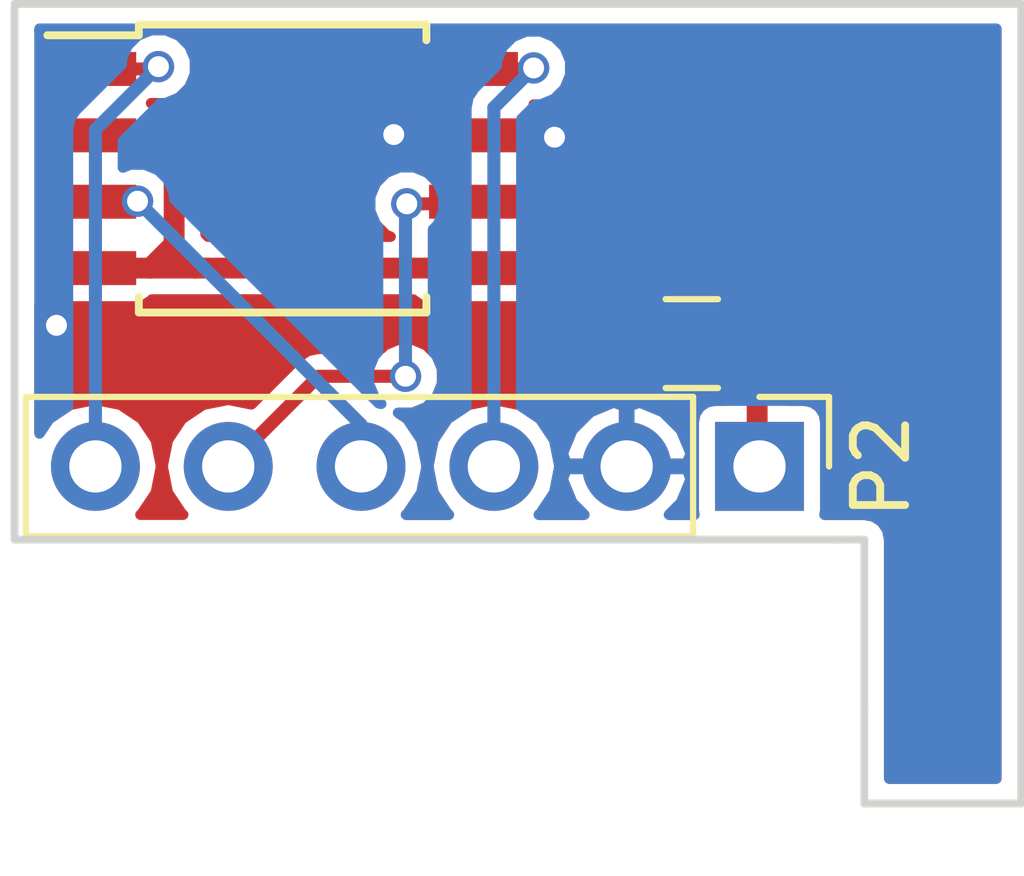
<source format=kicad_pcb>
(kicad_pcb (version 4) (host pcbnew 4.0.4-stable)

  (general
    (links 10)
    (no_connects 1)
    (area 138.99 99.995 160.075001 118.200001)
    (thickness 1.6)
    (drawings 10)
    (tracks 51)
    (zones 0)
    (modules 3)
    (nets 7)
  )

  (page A4)
  (layers
    (0 F.Cu signal)
    (31 B.Cu signal)
    (32 B.Adhes user)
    (33 F.Adhes user)
    (34 B.Paste user)
    (35 F.Paste user)
    (36 B.SilkS user)
    (37 F.SilkS user)
    (38 B.Mask user)
    (39 F.Mask user hide)
    (40 Dwgs.User user)
    (41 Cmts.User user)
    (42 Eco1.User user)
    (43 Eco2.User user hide)
    (44 Edge.Cuts user)
    (45 Margin user)
    (46 B.CrtYd user hide)
    (47 F.CrtYd user hide)
    (48 B.Fab user)
    (49 F.Fab user hide)
  )

  (setup
    (last_trace_width 0.4)
    (user_trace_width 0.4)
    (trace_clearance 0.2)
    (zone_clearance 0.3)
    (zone_45_only no)
    (trace_min 0.2)
    (segment_width 0.2)
    (edge_width 0.15)
    (via_size 0.6)
    (via_drill 0.4)
    (via_min_size 0.4)
    (via_min_drill 0.3)
    (uvia_size 0.3)
    (uvia_drill 0.1)
    (uvias_allowed no)
    (uvia_min_size 0.2)
    (uvia_min_drill 0.1)
    (pcb_text_width 0.3)
    (pcb_text_size 1.5 1.5)
    (mod_edge_width 0.15)
    (mod_text_size 1 1)
    (mod_text_width 0.15)
    (pad_size 1.524 1.524)
    (pad_drill 0.762)
    (pad_to_mask_clearance 0.2)
    (aux_axis_origin 0 0)
    (visible_elements 7FFFFFFF)
    (pcbplotparams
      (layerselection 0x010f0_80000001)
      (usegerberextensions true)
      (usegerberattributes true)
      (excludeedgelayer true)
      (linewidth 0.200000)
      (plotframeref false)
      (viasonmask false)
      (mode 1)
      (useauxorigin false)
      (hpglpennumber 1)
      (hpglpenspeed 20)
      (hpglpendiameter 15)
      (hpglpenoverlay 2)
      (psnegative false)
      (psa4output false)
      (plotreference false)
      (plotvalue false)
      (plotinvisibletext false)
      (padsonsilk false)
      (subtractmaskfromsilk false)
      (outputformat 1)
      (mirror false)
      (drillshape 0)
      (scaleselection 1)
      (outputdirectory ""))
  )

  (net 0 "")
  (net 1 +3V3)
  (net 2 GND)
  (net 3 CS)
  (net 4 MISO)
  (net 5 CLK)
  (net 6 MOSI)

  (net_class Default "This is the default net class."
    (clearance 0.2)
    (trace_width 0.25)
    (via_dia 0.6)
    (via_drill 0.4)
    (uvia_dia 0.3)
    (uvia_drill 0.1)
    (add_net +3V3)
    (add_net CLK)
    (add_net CS)
    (add_net GND)
    (add_net MISO)
    (add_net MOSI)
  )

  (module Capacitors_SMD:C_0805_HandSoldering (layer F.Cu) (tedit 590E83FE) (tstamp 590E837E)
    (at 153.7 108 180)
    (descr "Capacitor SMD 0805, hand soldering")
    (tags "capacitor 0805")
    (path /590E7763)
    (attr smd)
    (fp_text reference C1 (at 0 -1.75 180) (layer F.SilkS) hide
      (effects (font (size 1 1) (thickness 0.15)))
    )
    (fp_text value C_Small (at 0 1.75 180) (layer F.Fab) hide
      (effects (font (size 1 1) (thickness 0.15)))
    )
    (fp_text user %R (at 0 -1.75 180) (layer F.Fab) hide
      (effects (font (size 1 1) (thickness 0.15)))
    )
    (fp_line (start -1 0.62) (end -1 -0.62) (layer F.Fab) (width 0.1))
    (fp_line (start 1 0.62) (end -1 0.62) (layer F.Fab) (width 0.1))
    (fp_line (start 1 -0.62) (end 1 0.62) (layer F.Fab) (width 0.1))
    (fp_line (start -1 -0.62) (end 1 -0.62) (layer F.Fab) (width 0.1))
    (fp_line (start 0.5 -0.85) (end -0.5 -0.85) (layer F.SilkS) (width 0.12))
    (fp_line (start -0.5 0.85) (end 0.5 0.85) (layer F.SilkS) (width 0.12))
    (fp_line (start -2.25 -0.88) (end 2.25 -0.88) (layer F.CrtYd) (width 0.05))
    (fp_line (start -2.25 -0.88) (end -2.25 0.87) (layer F.CrtYd) (width 0.05))
    (fp_line (start 2.25 0.87) (end 2.25 -0.88) (layer F.CrtYd) (width 0.05))
    (fp_line (start 2.25 0.87) (end -2.25 0.87) (layer F.CrtYd) (width 0.05))
    (pad 1 smd rect (at -1.25 0 180) (size 1.5 1.25) (layers F.Cu F.Paste F.Mask)
      (net 1 +3V3))
    (pad 2 smd rect (at 1.25 0 180) (size 1.5 1.25) (layers F.Cu F.Paste F.Mask)
      (net 2 GND))
    (model Capacitors_SMD.3dshapes/C_0805.wrl
      (at (xyz 0 0 0))
      (scale (xyz 1 1 1))
      (rotate (xyz 0 0 0))
    )
  )

  (module Housings_SOIC:SOIJ-8_5.3x5.3mm_Pitch1.27mm (layer F.Cu) (tedit 590E83F2) (tstamp 590E838A)
    (at 145.875 104.65)
    (descr "8-Lead Plastic Small Outline (SM) - Medium, 5.28 mm Body [SOIC] (see Microchip Packaging Specification 00000049BS.pdf)")
    (tags "SOIC 1.27")
    (path /590E782D)
    (attr smd)
    (fp_text reference P1 (at 0 -3.68) (layer F.SilkS) hide
      (effects (font (size 1 1) (thickness 0.15)))
    )
    (fp_text value CONN_02X04 (at 0 3.68) (layer F.Fab) hide
      (effects (font (size 1 1) (thickness 0.15)))
    )
    (fp_text user %R (at 0 0) (layer F.Fab) hide
      (effects (font (size 1 1) (thickness 0.15)))
    )
    (fp_line (start -1.65 -2.65) (end 2.65 -2.65) (layer F.Fab) (width 0.15))
    (fp_line (start 2.65 -2.65) (end 2.65 2.65) (layer F.Fab) (width 0.15))
    (fp_line (start 2.65 2.65) (end -2.65 2.65) (layer F.Fab) (width 0.15))
    (fp_line (start -2.65 2.65) (end -2.65 -1.65) (layer F.Fab) (width 0.15))
    (fp_line (start -2.65 -1.65) (end -1.65 -2.65) (layer F.Fab) (width 0.15))
    (fp_line (start -4.75 -2.95) (end -4.75 2.95) (layer F.CrtYd) (width 0.05))
    (fp_line (start 4.75 -2.95) (end 4.75 2.95) (layer F.CrtYd) (width 0.05))
    (fp_line (start -4.75 -2.95) (end 4.75 -2.95) (layer F.CrtYd) (width 0.05))
    (fp_line (start -4.75 2.95) (end 4.75 2.95) (layer F.CrtYd) (width 0.05))
    (fp_line (start -2.75 -2.755) (end -2.75 -2.55) (layer F.SilkS) (width 0.15))
    (fp_line (start 2.75 -2.755) (end 2.75 -2.455) (layer F.SilkS) (width 0.15))
    (fp_line (start 2.75 2.755) (end 2.75 2.455) (layer F.SilkS) (width 0.15))
    (fp_line (start -2.75 2.755) (end -2.75 2.455) (layer F.SilkS) (width 0.15))
    (fp_line (start -2.75 -2.755) (end 2.75 -2.755) (layer F.SilkS) (width 0.15))
    (fp_line (start -2.75 2.755) (end 2.75 2.755) (layer F.SilkS) (width 0.15))
    (fp_line (start -2.75 -2.55) (end -4.5 -2.55) (layer F.SilkS) (width 0.15))
    (pad 1 smd rect (at -3.65 -1.905) (size 1.7 0.65) (layers F.Cu F.Paste F.Mask)
      (net 3 CS))
    (pad 2 smd rect (at -3.65 -0.635) (size 1.7 0.65) (layers F.Cu F.Paste F.Mask)
      (net 1 +3V3))
    (pad 3 smd rect (at -3.65 0.635) (size 1.7 0.65) (layers F.Cu F.Paste F.Mask)
      (net 4 MISO))
    (pad 4 smd rect (at -3.65 1.905) (size 1.7 0.65) (layers F.Cu F.Paste F.Mask)
      (net 1 +3V3))
    (pad 5 smd rect (at 3.65 1.905) (size 1.7 0.65) (layers F.Cu F.Paste F.Mask)
      (net 1 +3V3))
    (pad 6 smd rect (at 3.65 0.635) (size 1.7 0.65) (layers F.Cu F.Paste F.Mask)
      (net 5 CLK))
    (pad 7 smd rect (at 3.65 -0.635) (size 1.7 0.65) (layers F.Cu F.Paste F.Mask)
      (net 2 GND))
    (pad 8 smd rect (at 3.65 -1.905) (size 1.7 0.65) (layers F.Cu F.Paste F.Mask)
      (net 6 MOSI))
    (model Housings_SOIC.3dshapes/SOIJ-8_5.3x5.3mm_Pitch1.27mm.wrl
      (at (xyz 0 0 0))
      (scale (xyz 1 1 1))
      (rotate (xyz 0 0 0))
    )
  )

  (module Pin_Headers:Pin_Header_Straight_1x06_Pitch2.54mm (layer F.Cu) (tedit 590E8403) (tstamp 590E8394)
    (at 154.995 110.35 270)
    (descr "Through hole straight pin header, 1x06, 2.54mm pitch, single row")
    (tags "Through hole pin header THT 1x06 2.54mm single row")
    (path /590E7860)
    (fp_text reference P2 (at 0 -2.33 270) (layer F.SilkS)
      (effects (font (size 1 1) (thickness 0.15)))
    )
    (fp_text value CONN_01X06 (at 0 15.03 270) (layer F.Fab) hide
      (effects (font (size 1 1) (thickness 0.15)))
    )
    (fp_line (start -1.27 -1.27) (end -1.27 13.97) (layer F.Fab) (width 0.1))
    (fp_line (start -1.27 13.97) (end 1.27 13.97) (layer F.Fab) (width 0.1))
    (fp_line (start 1.27 13.97) (end 1.27 -1.27) (layer F.Fab) (width 0.1))
    (fp_line (start 1.27 -1.27) (end -1.27 -1.27) (layer F.Fab) (width 0.1))
    (fp_line (start -1.33 1.27) (end -1.33 14.03) (layer F.SilkS) (width 0.12))
    (fp_line (start -1.33 14.03) (end 1.33 14.03) (layer F.SilkS) (width 0.12))
    (fp_line (start 1.33 14.03) (end 1.33 1.27) (layer F.SilkS) (width 0.12))
    (fp_line (start 1.33 1.27) (end -1.33 1.27) (layer F.SilkS) (width 0.12))
    (fp_line (start -1.33 0) (end -1.33 -1.33) (layer F.SilkS) (width 0.12))
    (fp_line (start -1.33 -1.33) (end 0 -1.33) (layer F.SilkS) (width 0.12))
    (fp_line (start -1.8 -1.8) (end -1.8 14.5) (layer F.CrtYd) (width 0.05))
    (fp_line (start -1.8 14.5) (end 1.8 14.5) (layer F.CrtYd) (width 0.05))
    (fp_line (start 1.8 14.5) (end 1.8 -1.8) (layer F.CrtYd) (width 0.05))
    (fp_line (start 1.8 -1.8) (end -1.8 -1.8) (layer F.CrtYd) (width 0.05))
    (fp_text user %R (at 0 -2.33 270) (layer F.Fab) hide
      (effects (font (size 1 1) (thickness 0.15)))
    )
    (pad 1 thru_hole rect (at 0 0 270) (size 1.7 1.7) (drill 1) (layers *.Cu *.Mask)
      (net 1 +3V3))
    (pad 2 thru_hole oval (at 0 2.54 270) (size 1.7 1.7) (drill 1) (layers *.Cu *.Mask)
      (net 2 GND))
    (pad 3 thru_hole oval (at 0 5.08 270) (size 1.7 1.7) (drill 1) (layers *.Cu *.Mask)
      (net 6 MOSI))
    (pad 4 thru_hole oval (at 0 7.62 270) (size 1.7 1.7) (drill 1) (layers *.Cu *.Mask)
      (net 4 MISO))
    (pad 5 thru_hole oval (at 0 10.16 270) (size 1.7 1.7) (drill 1) (layers *.Cu *.Mask)
      (net 5 CLK))
    (pad 6 thru_hole oval (at 0 12.7 270) (size 1.7 1.7) (drill 1) (layers *.Cu *.Mask)
      (net 3 CS))
    (model ${KISYS3DMOD}/Pin_Headers.3dshapes/Pin_Header_Straight_1x06_Pitch2.54mm.wrl
      (at (xyz 0 -0.25 0))
      (scale (xyz 1 1 1))
      (rotate (xyz 0 0 90))
    )
  )

  (gr_line (start 157 115) (end 157 116.8) (layer Edge.Cuts) (width 0.15))
  (gr_line (start 160 115) (end 160 116.8) (layer Edge.Cuts) (width 0.15))
  (gr_line (start 160 101.5) (end 156.75 101.5) (layer Edge.Cuts) (width 0.15))
  (gr_line (start 160 115) (end 160 101.5) (layer Edge.Cuts) (width 0.15))
  (gr_line (start 157 116.8) (end 160 116.8) (layer Edge.Cuts) (width 0.15))
  (gr_line (start 157 111.75) (end 157 115) (layer Edge.Cuts) (width 0.15))
  (gr_line (start 156.5 111.75) (end 157 111.75) (layer Edge.Cuts) (width 0.15))
  (gr_line (start 140.75 111.75) (end 156.5 111.75) (layer Edge.Cuts) (width 0.15))
  (gr_line (start 140.75 101.5) (end 156.75 101.5) (layer Edge.Cuts) (width 0.15))
  (gr_line (start 140.75 111.75) (end 140.75 101.5) (layer Edge.Cuts) (width 0.15))

  (segment (start 154.95 108) (end 154.95 110.305) (width 0.4) (layer F.Cu) (net 1))
  (segment (start 154.95 110.305) (end 154.995 110.35) (width 0.4) (layer F.Cu) (net 1))
  (segment (start 152.525 106.55) (end 149.53 106.55) (width 0.4) (layer F.Cu) (net 1))
  (segment (start 154.95 108) (end 154.545002 108) (width 0.4) (layer F.Cu) (net 1))
  (segment (start 154.545002 108) (end 153.095002 106.55) (width 0.4) (layer F.Cu) (net 1))
  (segment (start 153.095002 106.55) (end 152.525 106.55) (width 0.4) (layer F.Cu) (net 1))
  (segment (start 143.35 106.555) (end 144.2 106.555) (width 0.4) (layer F.Cu) (net 1))
  (segment (start 144.2 106.555) (end 149.525 106.555) (width 0.4) (layer F.Cu) (net 1))
  (segment (start 143.8 106.105) (end 143.8 106.155) (width 0.4) (layer F.Cu) (net 1))
  (segment (start 143.8 106.155) (end 144.2 106.555) (width 0.4) (layer F.Cu) (net 1))
  (segment (start 142.225 106.555) (end 143.35 106.555) (width 0.4) (layer F.Cu) (net 1))
  (segment (start 142.225 104.015) (end 143.475 104.015) (width 0.4) (layer F.Cu) (net 1))
  (segment (start 143.475 104.015) (end 143.8 104.34) (width 0.4) (layer F.Cu) (net 1))
  (segment (start 143.8 104.34) (end 143.8 106.105) (width 0.4) (layer F.Cu) (net 1))
  (segment (start 143.8 106.105) (end 143.35 106.555) (width 0.4) (layer F.Cu) (net 1))
  (segment (start 149.53 106.55) (end 149.525 106.555) (width 0.4) (layer F.Cu) (net 1))
  (segment (start 149.325 107.975) (end 149 107.65) (width 0.25) (layer F.Cu) (net 2))
  (segment (start 149 107.65) (end 141.55 107.65) (width 0.25) (layer F.Cu) (net 2))
  (via (at 141.55 107.65) (size 0.6) (drill 0.4) (layers F.Cu B.Cu) (net 2))
  (segment (start 151.425 107.975) (end 149.325 107.975) (width 0.25) (layer F.Cu) (net 2))
  (segment (start 152.45 108) (end 151.45 108) (width 0.25) (layer F.Cu) (net 2))
  (segment (start 151.45 108) (end 151.425 107.975) (width 0.25) (layer F.Cu) (net 2))
  (segment (start 149.525 104.015) (end 151.04 104.015) (width 0.25) (layer F.Cu) (net 2))
  (segment (start 151.04 104.015) (end 151.075 104.05) (width 0.25) (layer F.Cu) (net 2))
  (via (at 151.075 104.05) (size 0.6) (drill 0.4) (layers F.Cu B.Cu) (net 2))
  (segment (start 149.525 104.015) (end 148.015 104.015) (width 0.25) (layer F.Cu) (net 2))
  (segment (start 148.015 104.015) (end 148 104) (width 0.25) (layer F.Cu) (net 2))
  (via (at 148 104) (size 0.6) (drill 0.4) (layers F.Cu B.Cu) (net 2))
  (segment (start 143.5 102.7) (end 142.295 103.905) (width 0.25) (layer B.Cu) (net 3))
  (segment (start 142.295 103.905) (end 142.295 110.35) (width 0.25) (layer B.Cu) (net 3))
  (segment (start 142.225 102.745) (end 143.455 102.745) (width 0.25) (layer F.Cu) (net 3))
  (segment (start 143.455 102.745) (end 143.5 102.7) (width 0.25) (layer F.Cu) (net 3))
  (via (at 143.5 102.7) (size 0.6) (drill 0.4) (layers F.Cu B.Cu) (net 3))
  (segment (start 143.1 105.275) (end 147.375 109.55) (width 0.25) (layer B.Cu) (net 4))
  (segment (start 147.375 109.55) (end 147.375 110.35) (width 0.25) (layer B.Cu) (net 4))
  (segment (start 142.225 105.285) (end 143.09 105.285) (width 0.25) (layer F.Cu) (net 4))
  (segment (start 143.09 105.285) (end 143.1 105.275) (width 0.25) (layer F.Cu) (net 4))
  (via (at 143.1 105.275) (size 0.6) (drill 0.4) (layers F.Cu B.Cu) (net 4))
  (segment (start 148.25 105.325) (end 149.485 105.325) (width 0.25) (layer F.Cu) (net 5))
  (segment (start 149.485 105.325) (end 149.525 105.285) (width 0.25) (layer F.Cu) (net 5))
  (segment (start 148.225 108.625) (end 148.225 105.35) (width 0.25) (layer B.Cu) (net 5))
  (segment (start 148.225 105.35) (end 148.25 105.325) (width 0.25) (layer B.Cu) (net 5))
  (via (at 148.25 105.325) (size 0.6) (drill 0.4) (layers F.Cu B.Cu) (net 5))
  (segment (start 144.835 110.35) (end 146.56 108.625) (width 0.25) (layer F.Cu) (net 5))
  (segment (start 146.56 108.625) (end 148.225 108.625) (width 0.25) (layer F.Cu) (net 5))
  (via (at 148.225 108.625) (size 0.6) (drill 0.4) (layers F.Cu B.Cu) (net 5))
  (segment (start 150.675 102.725) (end 149.915 103.485) (width 0.25) (layer B.Cu) (net 6))
  (segment (start 149.915 103.485) (end 149.915 110.35) (width 0.25) (layer B.Cu) (net 6))
  (segment (start 149.525 102.745) (end 150.655 102.745) (width 0.25) (layer F.Cu) (net 6))
  (segment (start 150.655 102.745) (end 150.675 102.725) (width 0.25) (layer F.Cu) (net 6))
  (via (at 150.675 102.725) (size 0.6) (drill 0.4) (layers F.Cu B.Cu) (net 6))

  (zone (net 2) (net_name GND) (layer F.Cu) (tstamp 0) (hatch edge 0.508)
    (connect_pads (clearance 0.3))
    (min_thickness 0.2)
    (fill yes (arc_segments 16) (thermal_gap 0.3) (thermal_bridge_width 0.3))
    (polygon
      (pts
        (xy 140.75 101.5) (xy 160 101.5) (xy 160 118.2) (xy 140.8 118.2)
      )
    )
    (filled_polygon
      (pts
        (xy 159.525 116.325) (xy 157.475 116.325) (xy 157.475 111.75) (xy 157.438843 111.568225) (xy 157.335876 111.414124)
        (xy 157.181775 111.311157) (xy 157 111.275) (xy 156.237648 111.275) (xy 156.252836 111.2) (xy 156.252836 109.5)
        (xy 156.224944 109.351769) (xy 156.13734 109.215628) (xy 156.003671 109.124296) (xy 155.845 109.092164) (xy 155.55 109.092164)
        (xy 155.55 109.032836) (xy 155.7 109.032836) (xy 155.848231 109.004944) (xy 155.984372 108.91734) (xy 156.075704 108.783671)
        (xy 156.107836 108.625) (xy 156.107836 107.375) (xy 156.079944 107.226769) (xy 155.99234 107.090628) (xy 155.858671 106.999296)
        (xy 155.7 106.967164) (xy 154.360694 106.967164) (xy 153.519266 106.125736) (xy 153.324612 105.995672) (xy 153.095002 105.95)
        (xy 150.670153 105.95) (xy 150.66734 105.945628) (xy 150.630848 105.920694) (xy 150.659372 105.90234) (xy 150.750704 105.768671)
        (xy 150.782836 105.61) (xy 150.782836 104.96) (xy 150.754944 104.811769) (xy 150.66734 104.675628) (xy 150.630339 104.650347)
        (xy 150.714104 104.566582) (xy 150.775 104.419565) (xy 150.775 104.165) (xy 150.675 104.065) (xy 149.575 104.065)
        (xy 149.575 104.085) (xy 149.475 104.085) (xy 149.475 104.065) (xy 148.375 104.065) (xy 148.275 104.165)
        (xy 148.275 104.419565) (xy 148.335896 104.566582) (xy 148.397692 104.628378) (xy 148.38985 104.625122) (xy 148.111372 104.624879)
        (xy 147.854 104.731223) (xy 147.656915 104.927964) (xy 147.550122 105.18515) (xy 147.549879 105.463628) (xy 147.656223 105.721)
        (xy 147.852964 105.918085) (xy 147.941865 105.955) (xy 144.448528 105.955) (xy 144.4 105.906472) (xy 144.4 104.34)
        (xy 144.354328 104.11039) (xy 144.354328 104.110389) (xy 144.224264 103.915736) (xy 143.899264 103.590736) (xy 143.70461 103.460672)
        (xy 143.475 103.415) (xy 143.373371 103.415) (xy 143.36734 103.405628) (xy 143.357026 103.398581) (xy 143.36015 103.399878)
        (xy 143.638628 103.400121) (xy 143.896 103.293777) (xy 144.093085 103.097036) (xy 144.199878 102.83985) (xy 144.200121 102.561372)
        (xy 144.141708 102.42) (xy 148.267164 102.42) (xy 148.267164 103.07) (xy 148.295056 103.218231) (xy 148.38266 103.354372)
        (xy 148.419661 103.379653) (xy 148.335896 103.463418) (xy 148.275 103.610435) (xy 148.275 103.865) (xy 148.375 103.965)
        (xy 149.475 103.965) (xy 149.475 103.945) (xy 149.575 103.945) (xy 149.575 103.965) (xy 150.675 103.965)
        (xy 150.775 103.865) (xy 150.775 103.610435) (xy 150.714104 103.463418) (xy 150.675687 103.425001) (xy 150.813628 103.425121)
        (xy 151.071 103.318777) (xy 151.268085 103.122036) (xy 151.374878 102.86485) (xy 151.375121 102.586372) (xy 151.268777 102.329)
        (xy 151.072036 102.131915) (xy 150.81485 102.025122) (xy 150.536372 102.024879) (xy 150.503947 102.038277) (xy 150.375 102.012164)
        (xy 148.675 102.012164) (xy 148.526769 102.040056) (xy 148.390628 102.12766) (xy 148.299296 102.261329) (xy 148.267164 102.42)
        (xy 144.141708 102.42) (xy 144.093777 102.304) (xy 143.897036 102.106915) (xy 143.63985 102.000122) (xy 143.361372 101.999879)
        (xy 143.241285 102.049498) (xy 143.233671 102.044296) (xy 143.075 102.012164) (xy 141.375 102.012164) (xy 141.226769 102.040056)
        (xy 141.225 102.041194) (xy 141.225 101.975) (xy 159.525 101.975)
      )
    )
    (filled_polygon
      (pts
        (xy 151.3 107.295435) (xy 151.3 107.85) (xy 151.4 107.95) (xy 152.4 107.95) (xy 152.4 107.93)
        (xy 152.5 107.93) (xy 152.5 107.95) (xy 153.5 107.95) (xy 153.573237 107.876763) (xy 153.792164 108.09569)
        (xy 153.792164 108.625) (xy 153.820056 108.773231) (xy 153.90766 108.909372) (xy 154.041329 109.000704) (xy 154.2 109.032836)
        (xy 154.35 109.032836) (xy 154.35 109.092164) (xy 154.145 109.092164) (xy 153.996769 109.120056) (xy 153.860628 109.20766)
        (xy 153.769296 109.341329) (xy 153.737164 109.5) (xy 153.737164 111.2) (xy 153.751276 111.275) (xy 153.26372 111.275)
        (xy 153.493826 111.045235) (xy 153.680805 110.594772) (xy 153.604004 110.4) (xy 152.505 110.4) (xy 152.505 110.42)
        (xy 152.405 110.42) (xy 152.405 110.4) (xy 151.305996 110.4) (xy 151.229195 110.594772) (xy 151.416174 111.045235)
        (xy 151.64628 111.275) (xy 150.773997 111.275) (xy 150.798883 111.258372) (xy 151.069849 110.852843) (xy 151.165 110.374489)
        (xy 151.165 110.325511) (xy 151.121183 110.105228) (xy 151.229195 110.105228) (xy 151.305996 110.3) (xy 152.405 110.3)
        (xy 152.405 109.201087) (xy 152.505 109.201087) (xy 152.505 110.3) (xy 153.604004 110.3) (xy 153.680805 110.105228)
        (xy 153.493826 109.654765) (xy 153.148695 109.310145) (xy 152.699771 109.124199) (xy 152.505 109.201087) (xy 152.405 109.201087)
        (xy 152.210229 109.124199) (xy 151.761305 109.310145) (xy 151.416174 109.654765) (xy 151.229195 110.105228) (xy 151.121183 110.105228)
        (xy 151.069849 109.847157) (xy 150.798883 109.441628) (xy 150.393354 109.170662) (xy 149.915 109.075511) (xy 149.436646 109.170662)
        (xy 149.031117 109.441628) (xy 148.760151 109.847157) (xy 148.665 110.325511) (xy 148.665 110.374489) (xy 148.760151 110.852843)
        (xy 149.031117 111.258372) (xy 149.056003 111.275) (xy 148.233997 111.275) (xy 148.258883 111.258372) (xy 148.529849 110.852843)
        (xy 148.625 110.374489) (xy 148.625 110.325511) (xy 148.529849 109.847157) (xy 148.258883 109.441628) (xy 148.08252 109.323786)
        (xy 148.08515 109.324878) (xy 148.363628 109.325121) (xy 148.621 109.218777) (xy 148.818085 109.022036) (xy 148.924878 108.76485)
        (xy 148.925121 108.486372) (xy 148.818777 108.229) (xy 148.739915 108.15) (xy 151.3 108.15) (xy 151.3 108.704565)
        (xy 151.360896 108.851582) (xy 151.473418 108.964104) (xy 151.620435 109.025) (xy 152.3 109.025) (xy 152.4 108.925)
        (xy 152.4 108.05) (xy 152.5 108.05) (xy 152.5 108.925) (xy 152.6 109.025) (xy 153.279565 109.025)
        (xy 153.426582 108.964104) (xy 153.539104 108.851582) (xy 153.6 108.704565) (xy 153.6 108.15) (xy 153.5 108.05)
        (xy 152.5 108.05) (xy 152.4 108.05) (xy 151.4 108.05) (xy 151.3 108.15) (xy 148.739915 108.15)
        (xy 148.622036 108.031915) (xy 148.36485 107.925122) (xy 148.086372 107.924879) (xy 147.829 108.031223) (xy 147.760103 108.1)
        (xy 146.56 108.1) (xy 146.359091 108.139963) (xy 146.188769 108.253769) (xy 145.278758 109.16378) (xy 144.835 109.075511)
        (xy 144.356646 109.170662) (xy 143.951117 109.441628) (xy 143.680151 109.847157) (xy 143.585 110.325511) (xy 143.585 110.374489)
        (xy 143.680151 110.852843) (xy 143.951117 111.258372) (xy 143.976003 111.275) (xy 143.153997 111.275) (xy 143.178883 111.258372)
        (xy 143.449849 110.852843) (xy 143.545 110.374489) (xy 143.545 110.325511) (xy 143.449849 109.847157) (xy 143.178883 109.441628)
        (xy 142.773354 109.170662) (xy 142.295 109.075511) (xy 141.816646 109.170662) (xy 141.411117 109.441628) (xy 141.225 109.720172)
        (xy 141.225 107.25746) (xy 141.375 107.287836) (xy 143.075 107.287836) (xy 143.223231 107.259944) (xy 143.359372 107.17234)
        (xy 143.37122 107.155) (xy 148.376629 107.155) (xy 148.38266 107.164372) (xy 148.516329 107.255704) (xy 148.675 107.287836)
        (xy 150.375 107.287836) (xy 150.523231 107.259944) (xy 150.659372 107.17234) (xy 150.674636 107.15) (xy 151.360241 107.15)
      )
    )
  )
  (zone (net 2) (net_name GND) (layer B.Cu) (tstamp 0) (hatch edge 0.508)
    (connect_pads (clearance 0.3))
    (min_thickness 0.2)
    (fill yes (arc_segments 16) (thermal_gap 0.3) (thermal_bridge_width 0.3))
    (polygon
      (pts
        (xy 140.75 101.5) (xy 160 101.5) (xy 160 118.2) (xy 140.8 118.2)
      )
    )
    (filled_polygon
      (pts
        (xy 159.525 116.325) (xy 157.475 116.325) (xy 157.475 111.75) (xy 157.438843 111.568225) (xy 157.335876 111.414124)
        (xy 157.181775 111.311157) (xy 157 111.275) (xy 156.237648 111.275) (xy 156.252836 111.2) (xy 156.252836 109.5)
        (xy 156.224944 109.351769) (xy 156.13734 109.215628) (xy 156.003671 109.124296) (xy 155.845 109.092164) (xy 154.145 109.092164)
        (xy 153.996769 109.120056) (xy 153.860628 109.20766) (xy 153.769296 109.341329) (xy 153.737164 109.5) (xy 153.737164 111.2)
        (xy 153.751276 111.275) (xy 153.26372 111.275) (xy 153.493826 111.045235) (xy 153.680805 110.594772) (xy 153.604004 110.4)
        (xy 152.505 110.4) (xy 152.505 110.42) (xy 152.405 110.42) (xy 152.405 110.4) (xy 151.305996 110.4)
        (xy 151.229195 110.594772) (xy 151.416174 111.045235) (xy 151.64628 111.275) (xy 150.773997 111.275) (xy 150.798883 111.258372)
        (xy 151.069849 110.852843) (xy 151.165 110.374489) (xy 151.165 110.325511) (xy 151.121183 110.105228) (xy 151.229195 110.105228)
        (xy 151.305996 110.3) (xy 152.405 110.3) (xy 152.405 109.201087) (xy 152.505 109.201087) (xy 152.505 110.3)
        (xy 153.604004 110.3) (xy 153.680805 110.105228) (xy 153.493826 109.654765) (xy 153.148695 109.310145) (xy 152.699771 109.124199)
        (xy 152.505 109.201087) (xy 152.405 109.201087) (xy 152.210229 109.124199) (xy 151.761305 109.310145) (xy 151.416174 109.654765)
        (xy 151.229195 110.105228) (xy 151.121183 110.105228) (xy 151.069849 109.847157) (xy 150.798883 109.441628) (xy 150.44 109.20183)
        (xy 150.44 103.702462) (xy 150.717425 103.425037) (xy 150.813628 103.425121) (xy 151.071 103.318777) (xy 151.268085 103.122036)
        (xy 151.374878 102.86485) (xy 151.375121 102.586372) (xy 151.268777 102.329) (xy 151.072036 102.131915) (xy 150.81485 102.025122)
        (xy 150.536372 102.024879) (xy 150.279 102.131223) (xy 150.081915 102.327964) (xy 149.975122 102.58515) (xy 149.975037 102.682501)
        (xy 149.543769 103.113769) (xy 149.429963 103.284091) (xy 149.39 103.485) (xy 149.39 109.20183) (xy 149.031117 109.441628)
        (xy 148.760151 109.847157) (xy 148.665 110.325511) (xy 148.665 110.374489) (xy 148.760151 110.852843) (xy 149.031117 111.258372)
        (xy 149.056003 111.275) (xy 148.233997 111.275) (xy 148.258883 111.258372) (xy 148.529849 110.852843) (xy 148.625 110.374489)
        (xy 148.625 110.325511) (xy 148.529849 109.847157) (xy 148.258883 109.441628) (xy 148.08252 109.323786) (xy 148.08515 109.324878)
        (xy 148.363628 109.325121) (xy 148.621 109.218777) (xy 148.818085 109.022036) (xy 148.924878 108.76485) (xy 148.925121 108.486372)
        (xy 148.818777 108.229) (xy 148.75 108.160103) (xy 148.75 105.814959) (xy 148.843085 105.722036) (xy 148.949878 105.46485)
        (xy 148.950121 105.186372) (xy 148.843777 104.929) (xy 148.647036 104.731915) (xy 148.38985 104.625122) (xy 148.111372 104.624879)
        (xy 147.854 104.731223) (xy 147.656915 104.927964) (xy 147.550122 105.18515) (xy 147.549879 105.463628) (xy 147.656223 105.721)
        (xy 147.7 105.764854) (xy 147.7 108.159998) (xy 147.631915 108.227964) (xy 147.525122 108.48515) (xy 147.524879 108.763628)
        (xy 147.631223 109.021) (xy 147.762604 109.152611) (xy 147.709512 109.14205) (xy 143.800037 105.232575) (xy 143.800121 105.136372)
        (xy 143.693777 104.879) (xy 143.497036 104.681915) (xy 143.23985 104.575122) (xy 142.961372 104.574879) (xy 142.82 104.633293)
        (xy 142.82 104.122462) (xy 143.542425 103.400037) (xy 143.638628 103.400121) (xy 143.896 103.293777) (xy 144.093085 103.097036)
        (xy 144.199878 102.83985) (xy 144.200121 102.561372) (xy 144.093777 102.304) (xy 143.897036 102.106915) (xy 143.63985 102.000122)
        (xy 143.361372 101.999879) (xy 143.104 102.106223) (xy 142.906915 102.302964) (xy 142.800122 102.56015) (xy 142.800037 102.657501)
        (xy 141.923769 103.533769) (xy 141.809963 103.704091) (xy 141.77 103.905) (xy 141.77 109.20183) (xy 141.411117 109.441628)
        (xy 141.225 109.720172) (xy 141.225 101.975) (xy 159.525 101.975)
      )
    )
  )
)

</source>
